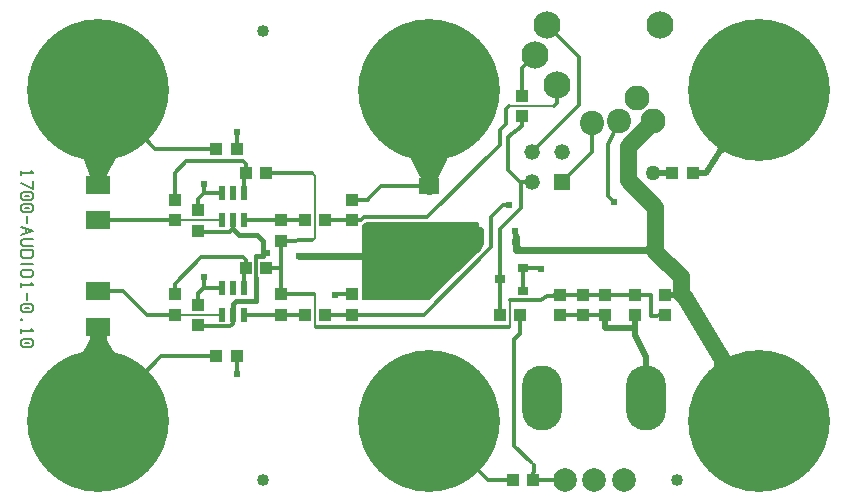
<source format=gbr>
%FSTAX24Y24*%
%MOIN*%
%IN LAYER1.GBR *%
%ADD10C,0.0010*%
%ADD11C,0.0039*%
%ADD12C,0.0050*%
%ADD13C,0.0064*%
%ADD14C,0.0080*%
%ADD15C,0.0120*%
%ADD16C,0.0140*%
%ADD17C,0.0160*%
%ADD18C,0.0180*%
%ADD19C,0.0193*%
%ADD20C,0.0199*%
%ADD21C,0.0200*%
%ADD22C,0.0220*%
%ADD23C,0.0240*%
%ADD24C,0.0400*%
%ADD25C,0.0500*%
%ADD26C,0.0520*%
%ADD27C,0.0550*%
%ADD28C,0.0560*%
%ADD29C,0.0660*%
%ADD30C,0.0680*%
%ADD31C,0.0721*%
%ADD32C,0.0787*%
%ADD33C,0.0810*%
%ADD34C,0.0830*%
%ADD35C,0.0906*%
%ADD36C,0.0947*%
%ADD37C,0.0970*%
%ADD38C,0.0990*%
%ADD39C,0.1066*%
%ADD40C,0.4724*%
%ADD41C,0.4884*%
%ADD42O,0.1339X0.2165*%
%ADD43O,0.1499X0.2325*%
%ADD44R,0.0236X0.0472*%
%ADD45R,0.0350X0.0310*%
%ADD46R,0.0396X0.0632*%
%ADD47R,0.0413X0.0425*%
%ADD48R,0.0425X0.0413*%
%ADD49R,0.0520X0.0520*%
%ADD50R,0.0573X0.0585*%
%ADD51R,0.0585X0.0573*%
%ADD52R,0.0610X0.0570*%
%ADD53R,0.0661X0.0520*%
%ADD54R,0.0673X0.0685*%
%ADD55R,0.0680X0.0680*%
%ADD56R,0.0685X0.0673*%
%ADD57R,0.0787X0.0591*%
%ADD58R,0.0821X0.0680*%
%ADD59R,0.1047X0.0851*%
D12*X013705Y007017D02*G01X014002D01*X015609Y008623D01*Y009548D01*
X011902D01*X011802Y009448D01*Y007017D01*X013705D01*G36*G01X014002D01*
X015609Y008623D01*Y009548D01*X011902D01*X011802Y009448D01*Y007017D01*
X013705D01*G37*
%LPC*%
D54*X007571Y012008D03*D24*Y012598D03*D54*X00689Y012008D03*D41*
X002953Y013976D03*D59*Y010827D03*D54*X007571Y005118D03*D24*Y004528D03*
D54*X00689Y005118D03*D41*X002953Y002953D03*D59*Y006102D03*D54*
X0221Y01122D03*D29*X021457D03*D54*X022781D03*D41*X025Y013976D03*D56*
X006299Y009305D03*Y006156D03*D24*X008575Y008551D03*D54*
X01702Y006496D03*D50*X017467Y000984D03*D36*X018504D03*D54*
X010524Y006496D03*D51*X011417D03*D24*X016661Y010149D03*D56*
X006299Y006837D03*D24*X006487Y007751D03*D56*X01837Y006476D03*X01912D03*
X01987D03*D51*X02087D03*D43*X02122Y00374D03*D52*X017126Y007303D03*
Y008051D03*D24*X017726Y008026D03*D28*X022244Y000984D03*X008465D03*
Y015945D03*D37*X019409Y012874D03*D55*X018413Y010917D03*D39*
X018268Y014173D03*D51*X011417Y009646D03*D54*X010524D03*D37*
X020315Y012953D03*D24*X020161Y010249D03*D39*X017913Y016142D03*D30*
X017413Y011917D03*D38*X020906Y01374D03*X021457Y012953D03*D41*
X025Y002953D03*D51*X02187Y007157D03*D24*X016875Y009106D03*D39*
X021693Y016142D03*X01752Y015157D03*D51*X017081Y013788D03*D31*
X019685Y016142D03*Y014173D03*D20*X008465Y002953D03*Y013976D03*
X026575Y008465D03*D51*X017081Y013107D03*D52*X016339Y007677D03*D54*
Y006496D03*D30*X017413Y010917D03*D51*X005512Y007177D03*D50*
X007874Y008071D03*D46*X007835Y007402D03*D51*X011417Y007177D03*D24*
X010861Y007149D03*D50*X016785Y000984D03*D41*X013976Y002953D03*D51*
X005512Y010327D03*D50*X007874Y01122D03*D46*X007835Y010551D03*D51*
X02187Y006476D03*X02087Y007157D03*D56*X01987D03*X01912D03*X01837D03*
D50*X008555Y008071D03*D51*X009055Y007177D03*Y008965D03*D50*
X008555Y01122D03*D51*X011417Y010327D03*D58*X013975Y010784D03*D41*
X013976Y013976D03*D46*X007087Y009646D03*D51*X005512D03*D59*X002953D03*
D46*X007461D03*X007835D03*D51*X009055D03*D54*X009843D03*D46*
X007461Y010551D03*X007087D03*D24*X006487Y010851D03*D56*
X006299Y009986D03*D46*X007087Y006496D03*D51*X005512D03*D59*
X002953Y007283D03*D46*X007461Y006496D03*X007835D03*D51*X009055D03*D54*
X009843D03*D46*X007461Y007402D03*X007087D03*D24*X009661Y008449D03*D22*
X015675Y009106D03*D36*X019488Y000984D03*X020472D03*D43*
X017756Y00374D03*D30*X018413Y011917D03*D22*X015675Y009303D03*Y00891D03*
D24*X016856Y009303D03*Y00891D03*D19*X000715Y011285D02*
G01X000779Y01122D01*X000394D01*Y011156D01*Y01122D02*Y011285D01*
X000779Y010963D02*Y010706D01*X000394Y010899D01*X000715Y01032D02*
X000779Y010385D01*Y010513D01*X000715Y010578D01*X000458D01*
X000394Y010513D01*Y010385D01*X000458Y01032D01*X000715D01*
X000651Y010449D02*X000522D01*X000715Y009935D02*X000779Y009999D01*
Y010128D01*X000715Y010192D01*X000458D01*X000394Y010128D01*Y009999D01*
X000458Y009935D01*X000715D01*X000651Y010063D02*X000522D01*
X000587Y009806D02*Y009549D01*X000394Y00942D02*X000779Y009292D01*
X000538Y009212D01*X000394Y009163D01*X000538Y009212D02*Y009372D01*
X000779Y009035D02*X000458D01*X000394Y00897D01*Y008842D01*
X000458Y008778D01*X000779D01*X000715Y008392D02*X000779Y008456D01*
Y008649D01*X000394D01*Y008456D01*X000458Y008392D01*X000715D01*
X000394Y008199D02*X000779D01*X000715Y007749D02*X000779Y007813D01*
Y007942D01*X000715Y008006D01*X000458D01*X000394Y007942D01*Y007813D01*
X000458Y007749D01*X000715D01*Y007556D02*X000779Y007492D01*X000394D01*
Y007428D01*Y007492D02*Y007556D01*X000587Y007235D02*Y006978D01*
X000715Y006592D02*X000779Y006656D01*Y006785D01*X000715Y006849D01*
X000458D01*X000394Y006785D01*Y006656D01*X000458Y006592D01*X000715D01*
X000651Y00672D02*X000522D01*X000394Y006367D02*Y006335D01*X000426D01*
Y006367D01*X000394D01*X000715Y006013D02*X000779Y005949D01*X000394D01*
Y005885D01*Y005949D02*Y006013D01*X000715Y005435D02*X000779Y005499D01*
Y005628D01*X000715Y005692D01*X000458D01*X000394Y005628D01*Y005499D01*
X000458Y005435D01*X000715D01*X000651Y005563D02*X000522D01*D15*
X007571Y012008D02*Y012598D01*X00689Y012008D02*X004868D01*
X002953Y013976D01*D27*Y010827D01*D15*X007571Y005118D02*Y004528D01*
X00689Y005118D02*X005065D01*X002953Y002953D01*D27*Y006102D01*D21*
X0221Y01122D02*X021457D01*X022781D02*X023228D01*X025Y013976D01*D15*
X006299Y009305D02*X00647Y009265D01*X00735D01*X007461Y009388D01*
Y009368D01*D17*Y009349D01*X007661Y009149D01*X008261D01*
X008461Y008949D01*X008455Y008471D01*X008215D01*D15*Y006951D01*D17*
X007561Y006949D01*X007461Y006849D01*Y006518D01*D15*Y006188D01*
X00736Y006115D01*X0065D01*X006299Y006156D01*D23*X008455Y008471D02*
X008575Y008551D01*D15*X01702Y006496D02*Y00587D01*X016826Y005676D01*
Y002126D01*X017376Y001576D01*D23*X017476Y001476D01*D15*
X017467Y000984D01*X018504D01*X010524Y006496D02*X011417D01*X013808D01*
X016061Y008749D01*Y009749D01*X016461Y010149D01*X016661D01*
X006299Y006837D02*Y00723D01*X006475Y007406D01*X007082D01*
X006784Y007404D01*D23*X006487Y007402D01*D15*Y007751D01*D16*
X01837Y006476D02*X01912D01*X01987D01*D21*X019843Y006063D01*X020827D01*
D23*X02087Y006476D01*D21*X020866Y005827D01*X02122Y005082D01*Y00374D01*
D15*X017126Y007303D02*Y008051D01*X017702D01*D23*X017726Y008026D01*D15*
X019409Y012874D02*Y011913D01*X018413Y010917D01*D23*X018268Y014173D02*
X018261Y014166D01*D15*Y013549D01*X018161Y013449D01*D23*X016661D01*D15*
X016561Y013349D01*Y012849D01*X016361Y012649D01*Y012149D01*
X013917Y009746D01*X011817D01*X011717Y009646D01*X011417D01*X010524D01*
X020315Y012953D02*X019961Y012149D01*Y010449D01*X020161Y010249D01*D23*
D15*X017913Y016142D02*X018976Y015079D01*Y014776D01*Y01348D01*
X017413Y011917D01*D27*X021457Y012953D02*X020626Y012122D01*D23*
Y012076D01*D27*Y010976D01*X021526Y010076D01*Y009055D01*Y008576D01*
X022402Y007795D01*Y007205D01*D23*X024963Y003013D01*X025Y002953D01*D27*
X024963Y003013D02*X022476Y007126D01*D23*Y007157D01*D21*X02187D01*D23*
X021526Y009055D02*X021475Y009106D01*X021487Y008651D01*X016887D01*
X016875Y009106D01*D15*X01752Y015157D02*X017081Y014719D01*Y013788D01*
Y013107D02*Y012781D01*X016613Y012417D01*Y011317D01*X017013Y010917D01*
D23*X017055D01*D15*Y010065D01*X016955Y009965D01*X016339Y009348D01*
Y007677D01*Y006496D01*D23*D15*X017055Y010917D02*X017355D01*D23*
X017413D01*D15*X005512Y007177D02*Y007539D01*X006393Y00842D01*
X007793D01*X007874Y008339D01*Y008071D01*D23*X007835Y008031D01*D15*
Y007402D01*D16*X011417Y007177D02*X010889D01*D23*X010861Y007149D01*D15*
X016785Y000984D02*X015945D01*X013976Y002953D01*X005512Y010327D02*
Y011239D01*X005893Y01162D01*X007793D01*X007874Y011539D01*Y01122D01*D23*
X007835Y011181D01*D15*Y010551D01*D16*X02187Y006476D02*
X021375Y006471D01*D15*Y007151D01*X020795Y007157D01*X02087D01*D16*
X01987D01*X01912D01*X01837D01*X017919Y007136D01*X017719Y006976D01*D15*
X016679D01*D23*Y006136D01*X016639Y006096D01*D16*X010223D01*D23*
X010183Y006136D01*Y007136D01*X010143Y007176D01*D16*X009055Y00719D01*
X009055Y008071D01*X008555D01*D23*X009055Y00719D02*Y007177D01*D16*
Y008965D01*X010103Y008976D01*D23*X010183Y009056D01*Y011136D01*
X010103Y011216D01*D16*X008555Y01122D01*X011417Y010327D02*X011939D01*
D23*X011961Y010349D01*D16*X012395Y010784D01*X013975D01*D27*Y013975D01*
D23*X013976Y013976D01*D14*X007087Y009646D02*X005512D01*D15*X002756D01*
D23*X002953D01*D15*X007835D02*X009055D01*X009843D01*X007087Y010551D02*
X006487D01*Y010851D01*D23*Y010551D01*D15*X006299Y010364D01*Y009986D01*
D14*X007087Y006496D02*X005512D01*D15*X004586D01*X003798Y007283D01*
X002953D01*X007835Y006496D02*X009055D01*X009843D01*D23*
X009661Y008449D02*X012161D01*X012818Y009106D01*X013975D01*X015675D01*
D14*X022323Y007283D02*X021966Y007173D01*X021386Y008493D02*
X021106Y008603D01*X021156Y008673D02*X021366Y008893D01*
X017086Y008683D02*X016906Y008893D01*X023866Y005163D02*
X024286Y004983D01*X023616Y004963D02*X023526Y004563D01*
X023536Y004953D02*X023546Y004673D01*X023646Y011953D02*
X023626Y012163D01*X023676Y011933D02*X023966Y011963D01*D22*
X013962Y011404D02*X013542Y011883D01*X014016Y011362D02*
X014398Y011913D01*X002791Y01116D02*X002511Y011878D01*X003024Y011036D02*
X003528Y011973D01*X00309Y005699D02*X003555Y004889D01*X002854Y005796D02*
X002406Y004983D01*X015669Y0089D02*X012723Y008892D01*X01554Y008707D02*
X012491Y008713D01*X015683Y009289D02*X014505Y009299D01*
X014474Y009137D01*X015578Y008701D02*X01568Y008895D01*X015688Y009312D01*
X013852Y01101D02*X013428Y011848D01*X01411Y011034D02*X01456Y011928D01*
D18*X008215Y006951D02*Y007711D01*
%LPD*%
D47*X007571Y012008D03*D23*Y012598D03*D47*X00689Y012008D03*D40*
X002953Y013976D03*D57*Y010827D03*D47*X007571Y005118D03*D23*Y004528D03*
D47*X00689Y005118D03*D40*X002953Y002953D03*D57*Y006102D03*D47*
X0221Y01122D03*D25*X021457D03*D47*X022781D03*D40*X025Y013976D03*D48*
X006299Y009305D03*Y006156D03*D23*X008575Y008551D03*D47*
X01702Y006496D03*X017467Y000984D03*D32*X018504D03*D47*
X010524Y006496D03*D48*X011417D03*D23*X016661Y010149D03*D48*
X006299Y006837D03*D23*X006487Y007751D03*D48*X01837Y006476D03*X01912D03*
X01987D03*X02087D03*D42*X02122Y00374D03*D45*X017126Y007303D03*
Y008051D03*D23*X017726Y008026D03*D24*X022244Y000984D03*X008465D03*
Y015945D03*D33*X019409Y012874D03*D49*X018413Y010917D03*D35*
X018268Y014173D03*D48*X011417Y009646D03*D47*X010524D03*D33*
X020315Y012953D03*D23*X020161Y010249D03*D35*X017913Y016142D03*D26*
X017413Y011917D03*D34*X020906Y01374D03*X021457Y012953D03*D40*
X025Y002953D03*D48*X02187Y007157D03*D23*X016875Y009106D03*D35*
X021693Y016142D03*X01752Y015157D03*D48*X017081Y013788D03*D10*
X019685Y016142D03*Y014173D03*D11*X008465Y002953D03*Y013976D03*
X026575Y008465D03*D48*X017081Y013107D03*D45*X016339Y007677D03*D47*
Y006496D03*D26*X017413Y010917D03*D48*X005512Y007177D03*D47*
X007874Y008071D03*D44*X007835Y007402D03*D48*X011417Y007177D03*D23*
X010861Y007149D03*D47*X016785Y000984D03*D40*X013976Y002953D03*D48*
X005512Y010327D03*D47*X007874Y01122D03*D44*X007835Y010551D03*D48*
X02187Y006476D03*X02087Y007157D03*X01987D03*X01912D03*X01837D03*D47*
X008555Y008071D03*D48*X009055Y007177D03*Y008965D03*D47*
X008555Y01122D03*D48*X011417Y010327D03*D53*X013975Y010784D03*D40*
X013976Y013976D03*D44*X007087Y009646D03*D48*X005512D03*D57*X002953D03*
D44*X007461D03*X007835D03*D48*X009055D03*D47*X009843D03*D44*
X007461Y010551D03*X007087D03*D23*X006487Y010851D03*D48*
X006299Y009986D03*D44*X007087Y006496D03*D48*X005512D03*D57*
X002953Y007283D03*D44*X007461Y006496D03*X007835D03*D48*X009055D03*D47*
X009843D03*D44*X007461Y007402D03*X007087D03*D23*X009661Y008449D03*D53*
X013975Y009106D03*D23*X015675D03*D32*X019488Y000984D03*X020472D03*D42*
X017756Y00374D03*D26*X018413Y011917D03*D23*X015675Y009303D03*Y00891D03*
X016856Y009303D03*Y00891D03*D13*X000715Y011285D02*X000779Y01122D01*
X000394D01*Y011156D01*Y01122D02*Y011285D01*X000779Y010963D02*
Y010706D01*X000394Y010899D01*X000715Y01032D02*X000779Y010385D01*
Y010513D01*X000715Y010578D01*X000458D01*X000394Y010513D01*Y010385D01*
X000458Y01032D01*X000715D01*X000651Y010449D02*X000522D01*
X000715Y009935D02*X000779Y009999D01*Y010128D01*X000715Y010192D01*
X000458D01*X000394Y010128D01*Y009999D01*X000458Y009935D01*X000715D01*
X000651Y010063D02*X000522D01*X000587Y009806D02*Y009549D01*
X000394Y00942D02*X000779Y009292D01*X000538Y009212D01*X000394Y009163D01*
X000538Y009212D02*Y009372D01*X000779Y009035D02*X000458D01*
X000394Y00897D01*Y008842D01*X000458Y008778D01*X000779D01*
X000715Y008392D02*X000779Y008456D01*Y008649D01*X000394D01*Y008456D01*
X000458Y008392D01*X000715D01*X000394Y008199D02*X000779D01*
X000715Y007749D02*X000779Y007813D01*Y007942D01*X000715Y008006D01*
X000458D01*X000394Y007942D01*Y007813D01*X000458Y007749D01*X000715D01*
Y007556D02*X000779Y007492D01*X000394D01*Y007428D01*Y007492D02*
Y007556D01*X000587Y007235D02*Y006978D01*X000715Y006592D02*
X000779Y006656D01*Y006785D01*X000715Y006849D01*X000458D01*
X000394Y006785D01*Y006656D01*X000458Y006592D01*X000715D01*
X000651Y00672D02*X000522D01*X000394Y006367D02*Y006335D01*X000426D01*
Y006367D01*X000394D01*X000715Y006013D02*X000779Y005949D01*X000394D01*
Y005885D01*Y005949D02*Y006013D01*X000715Y005435D02*X000779Y005499D01*
Y005628D01*X000715Y005692D01*X000458D01*X000394Y005628D01*Y005499D01*
X000458Y005435D01*X000715D01*X000651Y005563D02*X000522D01*D15*
X007571Y012008D02*Y012598D01*X00689Y012008D02*X004868D01*
X002953Y013976D01*D27*Y010827D01*D15*X007571Y005118D02*Y004528D01*
X00689Y005118D02*X005065D01*X002953Y002953D01*D27*Y006102D01*D21*
X0221Y01122D02*X021457D01*X022781D02*X023228D01*X025Y013976D01*D15*
X006299Y009305D02*X00647Y009265D01*X00735D01*X007461Y009388D01*
Y009368D01*D17*Y009349D01*X007661Y009149D01*X008261D01*
X008461Y008949D01*X008455Y008471D01*X008215D01*D15*Y006951D01*D17*
X007561Y006949D01*X007461Y006849D01*Y006518D01*D15*Y006188D01*
X00736Y006115D01*X0065D01*X006299Y006156D01*D14*X008455Y008471D02*
X008575Y008551D01*D15*X01702Y006496D02*Y00587D01*X016826Y005676D01*
Y002126D01*X017376Y001576D01*D14*X017476Y001476D01*D15*
X017467Y000984D01*X018504D01*X010524Y006496D02*X011417D01*X013808D01*
X016061Y008749D01*Y009749D01*X016461Y010149D01*X016661D01*
X006299Y006837D02*Y00723D01*X006475Y007406D01*X007082D01*
X006784Y007404D01*D14*X006487Y007402D01*D15*Y007751D01*D16*
X01837Y006476D02*X01912D01*X01987D01*D21*X019843Y006063D01*X020827D01*
D14*X02087Y006476D01*D21*X020866Y005827D01*X02122Y005082D01*Y00374D01*
D15*X017126Y007303D02*Y008051D01*X017702D01*D14*X017726Y008026D01*D15*
X019409Y012874D02*Y011913D01*X018413Y010917D01*D14*X018268Y014173D02*
X018261Y014166D01*D15*Y013549D01*X018161Y013449D01*D14*X016661D01*D15*
X016561Y013349D01*Y012849D01*X016361Y012649D01*Y012149D01*
X013917Y009746D01*X011817D01*X011717Y009646D01*X011417D01*X010524D01*
X020315Y012953D02*X019961Y012149D01*Y010449D01*X020161Y010249D01*D14*
D15*X017913Y016142D02*X018976Y015079D01*Y014776D01*Y01348D01*
X017413Y011917D01*D27*X021457Y012953D02*X020626Y012122D01*D14*
Y012076D01*D27*Y010976D01*X021526Y010076D01*Y009055D01*Y008576D01*
X022402Y007795D01*Y007205D01*D14*X024963Y003013D01*X025Y002953D01*D27*
X024963Y003013D02*X022476Y007126D01*D14*Y007157D01*D21*X02187D01*D14*
X021526Y009055D02*X021475Y009106D01*D23*X021487Y008651D01*X016887D01*
X016875Y009106D01*D15*X01752Y015157D02*X017081Y014719D01*Y013788D01*
Y013107D02*Y012781D01*X016613Y012417D01*Y011317D01*X017013Y010917D01*
D14*X017055D01*D15*Y010065D01*X016955Y009965D01*X016339Y009348D01*
Y007677D01*Y006496D01*D14*D15*X017055Y010917D02*X017355D01*D14*
X017413D01*D15*X005512Y007177D02*Y007539D01*X006393Y00842D01*
X007793D01*X007874Y008339D01*Y008071D01*D14*X007835Y008031D01*D15*
Y007402D01*D16*X011417Y007177D02*X010889D01*D14*X010861Y007149D01*D15*
X016785Y000984D02*X015945D01*X013976Y002953D01*X005512Y010327D02*
Y011239D01*X005893Y01162D01*X007793D01*X007874Y011539D01*Y01122D01*D14*
X007835Y011181D01*D15*Y010551D01*D16*X02187Y006476D02*
X021375Y006471D01*D15*Y007151D01*X020795Y007157D01*X02087D01*D16*
X01987D01*X01912D01*X01837D01*X017919Y007136D01*X017719Y006976D01*D15*
X016679D01*D14*Y006136D01*X016639Y006096D01*D16*X010223D01*D14*
X010183Y006136D01*Y007136D01*X010143Y007176D01*D16*X009055Y00719D01*
X009055Y008071D01*X008555D01*D14*X009055Y00719D02*Y007177D01*D16*
Y008965D01*X010103Y008976D01*D14*X010183Y009056D01*Y011136D01*
X010103Y011216D01*D16*X008555Y01122D01*X011417Y010327D02*X011939D01*
D14*X011961Y010349D01*D16*X012395Y010784D01*X013975D01*D27*Y013975D01*
D14*X013976Y013976D01*X007087Y009646D02*X005512D01*D15*X002756D01*D14*
X002953D01*D15*X007835D02*X009055D01*X009843D01*X007087Y010551D02*
X006487D01*Y010851D01*D14*Y010551D01*D15*X006299Y010364D01*Y009986D01*
D14*X007087Y006496D02*X005512D01*D15*X004586D01*X003798Y007283D01*
X002953D01*X007835Y006496D02*X009055D01*X009843D01*D23*
X009661Y008449D02*X012161D01*X012818Y009106D01*X013975D01*X015675D01*
D14*X022323Y007283D02*X021966Y007173D01*X021386Y008493D02*
X021106Y008603D01*X021156Y008673D02*X021366Y008893D01*
X017086Y008683D02*X016906Y008893D01*X023866Y005163D02*
X024286Y004983D01*X023616Y004963D02*X023526Y004563D01*
X023536Y004953D02*X023546Y004673D01*X023646Y011953D02*
X023626Y012163D01*X023676Y011933D02*X023966Y011963D01*D22*
X013962Y011404D02*X013542Y011883D01*X014016Y011362D02*
X014398Y011913D01*X002791Y01116D02*X002511Y011878D01*X003024Y011036D02*
X003528Y011973D01*X00309Y005699D02*X003555Y004889D01*X002854Y005796D02*
X002406Y004983D01*X015669Y0089D02*X012723Y008892D01*X01554Y008707D02*
X012491Y008713D01*X015683Y009289D02*X014505Y009299D01*
X014474Y009137D01*X015578Y008701D02*X01568Y008895D01*X015688Y009312D01*
X013852Y01101D02*X013428Y011848D01*X01411Y011034D02*X01456Y011928D01*
D18*X008215Y006951D02*Y007711D01*
M02*
</source>
